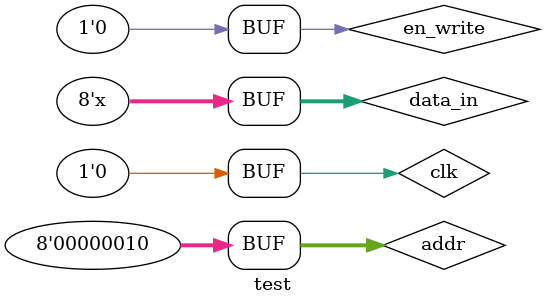
<source format=v>

module Mem8x8(
    input wire clk,
    input wire en_write,
    input wire [7:0] addr,
    input wire [7:0] data_in,
    output reg [7:0] data_out
);

    reg [7:0] mem [7:0];

    // Processo de escrita na borda de subida do clock
    always @(posedge clk) begin
        if (en_write) begin
            mem[addr[2:0]] <= data_in;
        end
    end

    // Processo de leitura na borda de descida do clock
    always @(negedge clk) begin
        data_out <= mem[addr[2:0]];
    end

endmodule

module test;
    reg clk, en_write;
    reg [7:0] addr;
    reg [7:0] data_in;
    wire [7:0] result;

    Mem8x8 mem_inst (clk, en_write, addr, data_in, result);

    initial begin
        $display("Guia_1205.v - Ana Clara Lonczynski");
        $display("==================================");
        $display("Memory Test");

        $monitor ("%4d %4d %4d %8b | %8b", clk, en_write, addr, data_in, result);
        clk = 1'b1;
        en_write = 1'b1;
        addr = 8'b00000000;
        data_in = 8'b10010100;

        #10 clk = 1'b0; en_write = 1'b1; addr = 8'b00000000; data_in = 8'bxxxxxxxx; 
        #10 clk = 1'b1; en_write = 1'b1; addr = 8'b00000001; data_in = 8'b11110000;  
        #10 clk = 1'b0; en_write = 1'b0; addr = 8'b00000001; data_in = 8'bxxxxxxxx;
        #10 clk = 1'b1; en_write = 1'b1; addr = 8'b00000010; data_in = 8'b10101010;
        #10 clk = 1'b0; en_write = 1'b0; addr = 8'b00000010; data_in = 8'bxxxxxxxx;
        #10 clk = 1'b1; en_write = 1'b1; addr = 8'b00000011; data_in = 8'b10000011;
        #10 clk = 1'b0; en_write = 1'b0; addr = 8'b00000011; data_in = 8'bxxxxxxxx;
        #10 clk = 1'b1; en_write = 1'b1; addr = 8'b00000100; data_in = 8'b10000000;  
        #10 clk = 1'b0; en_write = 1'b0; addr = 8'b00000100; data_in = 8'bxxxxxxxx;
        #10 clk = 1'b1; en_write = 1'b1; addr = 8'b00000101; data_in = 8'b00000001;
        #10 clk = 1'b0; en_write = 1'b0; addr = 8'b00000101; data_in = 8'bxxxxxxxx;
        #10 clk = 1'b1; en_write = 1'b1; addr = 8'b00000110; data_in = 8'b10110011;
        #10 clk = 1'b0; en_write = 1'b0; addr = 8'b00000110; data_in = 8'bxxxxxxxx;
        #10 clk = 1'b1; en_write = 1'b1; addr = 8'b00000111; data_in = 8'b11111111;
        #10 clk = 1'b0; en_write = 1'b0; addr = 8'b00000111; data_in = 8'bxxxxxxxx;
        #10 clk = 1'b1;
        #10 clk = 1'b0; en_write = 1'b0; addr = 8'b00000000; data_in = 8'bxxxxxxxx;  
        #10 clk = 1'b1;
        #10 clk = 1'b0; en_write = 1'b0; addr = 8'b00000100; data_in = 8'bxxxxxxxx;
        #10 clk = 1'b1;
        #10 clk = 1'b0; en_write = 1'b0; addr = 8'b00000010; data_in = 8'bxxxxxxxx;
    end
endmodule

</source>
